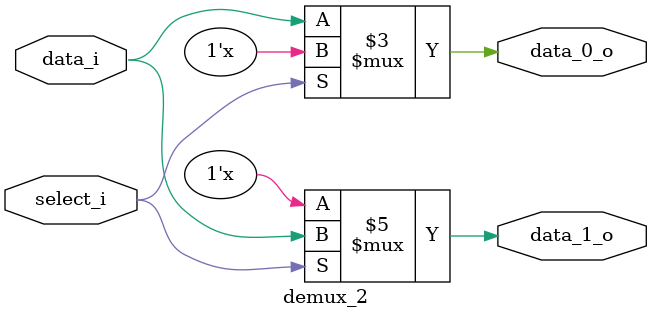
<source format=sv>
`timescale 1ns / 1ps

module demux_2 # 
(
    parameter integer DATA_WIDTH = 1
)
(
    input  logic                      select_i,
    input  logic [DATA_WIDTH - 1 : 0] data_i,  
           
    output logic [DATA_WIDTH - 1 : 0] data_0_o, 
    output logic [DATA_WIDTH - 1 : 0] data_1_o  
);  
    
    always_comb begin
        data_0_o = (1'h0 == select_i) ? data_i : {DATA_WIDTH{1'hz}};
        data_1_o = (1'h1 == select_i) ? data_i : {DATA_WIDTH{1'hz}};
    end

endmodule

</source>
